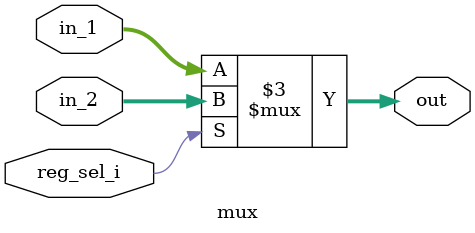
<source format=sv>
`timescale 1ns / 1ps

module mux(
    input logic [31:0] in_1,
    input logic [31:0] in_2,
    input logic reg_sel_i,
    output logic [31:0] out
    );
    
always_comb begin
    if (reg_sel_i)
        out = in_2;
    else
        out = in_1;
end
endmodule
</source>
